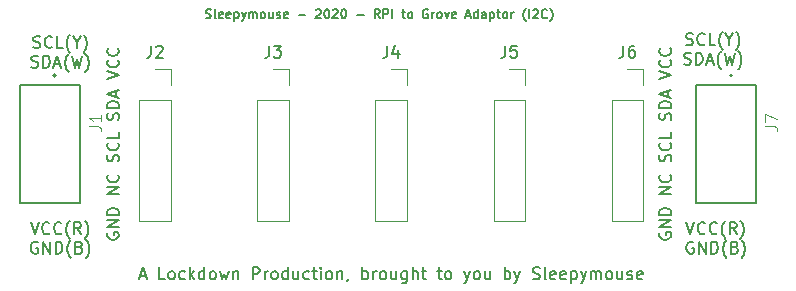
<source format=gto>
G04 #@! TF.GenerationSoftware,KiCad,Pcbnew,(5.1.5)-3*
G04 #@! TF.CreationDate,2020-09-01T16:09:18+01:00*
G04 #@! TF.ProjectId,groveToPi,67726f76-6554-46f5-9069-2e6b69636164,1.1.0*
G04 #@! TF.SameCoordinates,Original*
G04 #@! TF.FileFunction,Legend,Top*
G04 #@! TF.FilePolarity,Positive*
%FSLAX46Y46*%
G04 Gerber Fmt 4.6, Leading zero omitted, Abs format (unit mm)*
G04 Created by KiCad (PCBNEW (5.1.5)-3) date 2020-09-01 16:09:18*
%MOMM*%
%LPD*%
G04 APERTURE LIST*
%ADD10C,0.150000*%
%ADD11C,0.127000*%
%ADD12C,0.200000*%
%ADD13C,0.120000*%
%ADD14C,0.015000*%
G04 APERTURE END LIST*
D10*
X144750000Y-112523809D02*
X144702380Y-112619047D01*
X144702380Y-112761904D01*
X144750000Y-112904761D01*
X144845238Y-113000000D01*
X144940476Y-113047619D01*
X145130952Y-113095238D01*
X145273809Y-113095238D01*
X145464285Y-113047619D01*
X145559523Y-113000000D01*
X145654761Y-112904761D01*
X145702380Y-112761904D01*
X145702380Y-112666666D01*
X145654761Y-112523809D01*
X145607142Y-112476190D01*
X145273809Y-112476190D01*
X145273809Y-112666666D01*
X145702380Y-112047619D02*
X144702380Y-112047619D01*
X145702380Y-111476190D01*
X144702380Y-111476190D01*
X145702380Y-111000000D02*
X144702380Y-111000000D01*
X144702380Y-110761904D01*
X144750000Y-110619047D01*
X144845238Y-110523809D01*
X144940476Y-110476190D01*
X145130952Y-110428571D01*
X145273809Y-110428571D01*
X145464285Y-110476190D01*
X145559523Y-110523809D01*
X145654761Y-110619047D01*
X145702380Y-110761904D01*
X145702380Y-111000000D01*
X145702380Y-109238095D02*
X144702380Y-109238095D01*
X145702380Y-108666666D01*
X144702380Y-108666666D01*
X145607142Y-107619047D02*
X145654761Y-107666666D01*
X145702380Y-107809523D01*
X145702380Y-107904761D01*
X145654761Y-108047619D01*
X145559523Y-108142857D01*
X145464285Y-108190476D01*
X145273809Y-108238095D01*
X145130952Y-108238095D01*
X144940476Y-108190476D01*
X144845238Y-108142857D01*
X144750000Y-108047619D01*
X144702380Y-107904761D01*
X144702380Y-107809523D01*
X144750000Y-107666666D01*
X144797619Y-107619047D01*
X145654761Y-106476190D02*
X145702380Y-106333333D01*
X145702380Y-106095238D01*
X145654761Y-106000000D01*
X145607142Y-105952380D01*
X145511904Y-105904761D01*
X145416666Y-105904761D01*
X145321428Y-105952380D01*
X145273809Y-106000000D01*
X145226190Y-106095238D01*
X145178571Y-106285714D01*
X145130952Y-106380952D01*
X145083333Y-106428571D01*
X144988095Y-106476190D01*
X144892857Y-106476190D01*
X144797619Y-106428571D01*
X144750000Y-106380952D01*
X144702380Y-106285714D01*
X144702380Y-106047619D01*
X144750000Y-105904761D01*
X145607142Y-104904761D02*
X145654761Y-104952380D01*
X145702380Y-105095238D01*
X145702380Y-105190476D01*
X145654761Y-105333333D01*
X145559523Y-105428571D01*
X145464285Y-105476190D01*
X145273809Y-105523809D01*
X145130952Y-105523809D01*
X144940476Y-105476190D01*
X144845238Y-105428571D01*
X144750000Y-105333333D01*
X144702380Y-105190476D01*
X144702380Y-105095238D01*
X144750000Y-104952380D01*
X144797619Y-104904761D01*
X145702380Y-104000000D02*
X145702380Y-104476190D01*
X144702380Y-104476190D01*
X145654761Y-102952380D02*
X145702380Y-102809523D01*
X145702380Y-102571428D01*
X145654761Y-102476190D01*
X145607142Y-102428571D01*
X145511904Y-102380952D01*
X145416666Y-102380952D01*
X145321428Y-102428571D01*
X145273809Y-102476190D01*
X145226190Y-102571428D01*
X145178571Y-102761904D01*
X145130952Y-102857142D01*
X145083333Y-102904761D01*
X144988095Y-102952380D01*
X144892857Y-102952380D01*
X144797619Y-102904761D01*
X144750000Y-102857142D01*
X144702380Y-102761904D01*
X144702380Y-102523809D01*
X144750000Y-102380952D01*
X145702380Y-101952380D02*
X144702380Y-101952380D01*
X144702380Y-101714285D01*
X144750000Y-101571428D01*
X144845238Y-101476190D01*
X144940476Y-101428571D01*
X145130952Y-101380952D01*
X145273809Y-101380952D01*
X145464285Y-101428571D01*
X145559523Y-101476190D01*
X145654761Y-101571428D01*
X145702380Y-101714285D01*
X145702380Y-101952380D01*
X145416666Y-101000000D02*
X145416666Y-100523809D01*
X145702380Y-101095238D02*
X144702380Y-100761904D01*
X145702380Y-100428571D01*
X144702380Y-99476190D02*
X145702380Y-99142857D01*
X144702380Y-98809523D01*
X145607142Y-97904761D02*
X145654761Y-97952380D01*
X145702380Y-98095238D01*
X145702380Y-98190476D01*
X145654761Y-98333333D01*
X145559523Y-98428571D01*
X145464285Y-98476190D01*
X145273809Y-98523809D01*
X145130952Y-98523809D01*
X144940476Y-98476190D01*
X144845238Y-98428571D01*
X144750000Y-98333333D01*
X144702380Y-98190476D01*
X144702380Y-98095238D01*
X144750000Y-97952380D01*
X144797619Y-97904761D01*
X145607142Y-96904761D02*
X145654761Y-96952380D01*
X145702380Y-97095238D01*
X145702380Y-97190476D01*
X145654761Y-97333333D01*
X145559523Y-97428571D01*
X145464285Y-97476190D01*
X145273809Y-97523809D01*
X145130952Y-97523809D01*
X144940476Y-97476190D01*
X144845238Y-97428571D01*
X144750000Y-97333333D01*
X144702380Y-97190476D01*
X144702380Y-97095238D01*
X144750000Y-96952380D01*
X144797619Y-96904761D01*
X98000000Y-112523809D02*
X97952380Y-112619047D01*
X97952380Y-112761904D01*
X98000000Y-112904761D01*
X98095238Y-113000000D01*
X98190476Y-113047619D01*
X98380952Y-113095238D01*
X98523809Y-113095238D01*
X98714285Y-113047619D01*
X98809523Y-113000000D01*
X98904761Y-112904761D01*
X98952380Y-112761904D01*
X98952380Y-112666666D01*
X98904761Y-112523809D01*
X98857142Y-112476190D01*
X98523809Y-112476190D01*
X98523809Y-112666666D01*
X98952380Y-112047619D02*
X97952380Y-112047619D01*
X98952380Y-111476190D01*
X97952380Y-111476190D01*
X98952380Y-111000000D02*
X97952380Y-111000000D01*
X97952380Y-110761904D01*
X98000000Y-110619047D01*
X98095238Y-110523809D01*
X98190476Y-110476190D01*
X98380952Y-110428571D01*
X98523809Y-110428571D01*
X98714285Y-110476190D01*
X98809523Y-110523809D01*
X98904761Y-110619047D01*
X98952380Y-110761904D01*
X98952380Y-111000000D01*
X98952380Y-109238095D02*
X97952380Y-109238095D01*
X98952380Y-108666666D01*
X97952380Y-108666666D01*
X98857142Y-107619047D02*
X98904761Y-107666666D01*
X98952380Y-107809523D01*
X98952380Y-107904761D01*
X98904761Y-108047619D01*
X98809523Y-108142857D01*
X98714285Y-108190476D01*
X98523809Y-108238095D01*
X98380952Y-108238095D01*
X98190476Y-108190476D01*
X98095238Y-108142857D01*
X98000000Y-108047619D01*
X97952380Y-107904761D01*
X97952380Y-107809523D01*
X98000000Y-107666666D01*
X98047619Y-107619047D01*
X98904761Y-106476190D02*
X98952380Y-106333333D01*
X98952380Y-106095238D01*
X98904761Y-106000000D01*
X98857142Y-105952380D01*
X98761904Y-105904761D01*
X98666666Y-105904761D01*
X98571428Y-105952380D01*
X98523809Y-106000000D01*
X98476190Y-106095238D01*
X98428571Y-106285714D01*
X98380952Y-106380952D01*
X98333333Y-106428571D01*
X98238095Y-106476190D01*
X98142857Y-106476190D01*
X98047619Y-106428571D01*
X98000000Y-106380952D01*
X97952380Y-106285714D01*
X97952380Y-106047619D01*
X98000000Y-105904761D01*
X98857142Y-104904761D02*
X98904761Y-104952380D01*
X98952380Y-105095238D01*
X98952380Y-105190476D01*
X98904761Y-105333333D01*
X98809523Y-105428571D01*
X98714285Y-105476190D01*
X98523809Y-105523809D01*
X98380952Y-105523809D01*
X98190476Y-105476190D01*
X98095238Y-105428571D01*
X98000000Y-105333333D01*
X97952380Y-105190476D01*
X97952380Y-105095238D01*
X98000000Y-104952380D01*
X98047619Y-104904761D01*
X98952380Y-104000000D02*
X98952380Y-104476190D01*
X97952380Y-104476190D01*
X98904761Y-102952380D02*
X98952380Y-102809523D01*
X98952380Y-102571428D01*
X98904761Y-102476190D01*
X98857142Y-102428571D01*
X98761904Y-102380952D01*
X98666666Y-102380952D01*
X98571428Y-102428571D01*
X98523809Y-102476190D01*
X98476190Y-102571428D01*
X98428571Y-102761904D01*
X98380952Y-102857142D01*
X98333333Y-102904761D01*
X98238095Y-102952380D01*
X98142857Y-102952380D01*
X98047619Y-102904761D01*
X98000000Y-102857142D01*
X97952380Y-102761904D01*
X97952380Y-102523809D01*
X98000000Y-102380952D01*
X98952380Y-101952380D02*
X97952380Y-101952380D01*
X97952380Y-101714285D01*
X98000000Y-101571428D01*
X98095238Y-101476190D01*
X98190476Y-101428571D01*
X98380952Y-101380952D01*
X98523809Y-101380952D01*
X98714285Y-101428571D01*
X98809523Y-101476190D01*
X98904761Y-101571428D01*
X98952380Y-101714285D01*
X98952380Y-101952380D01*
X98666666Y-101000000D02*
X98666666Y-100523809D01*
X98952380Y-101095238D02*
X97952380Y-100761904D01*
X98952380Y-100428571D01*
X97952380Y-99476190D02*
X98952380Y-99142857D01*
X97952380Y-98809523D01*
X98857142Y-97904761D02*
X98904761Y-97952380D01*
X98952380Y-98095238D01*
X98952380Y-98190476D01*
X98904761Y-98333333D01*
X98809523Y-98428571D01*
X98714285Y-98476190D01*
X98523809Y-98523809D01*
X98380952Y-98523809D01*
X98190476Y-98476190D01*
X98095238Y-98428571D01*
X98000000Y-98333333D01*
X97952380Y-98190476D01*
X97952380Y-98095238D01*
X98000000Y-97952380D01*
X98047619Y-97904761D01*
X98857142Y-96904761D02*
X98904761Y-96952380D01*
X98952380Y-97095238D01*
X98952380Y-97190476D01*
X98904761Y-97333333D01*
X98809523Y-97428571D01*
X98714285Y-97476190D01*
X98523809Y-97523809D01*
X98380952Y-97523809D01*
X98190476Y-97476190D01*
X98095238Y-97428571D01*
X98000000Y-97333333D01*
X97952380Y-97190476D01*
X97952380Y-97095238D01*
X98000000Y-96952380D01*
X98047619Y-96904761D01*
X147000000Y-111627380D02*
X147333333Y-112627380D01*
X147666666Y-111627380D01*
X148571428Y-112532142D02*
X148523809Y-112579761D01*
X148380952Y-112627380D01*
X148285714Y-112627380D01*
X148142857Y-112579761D01*
X148047619Y-112484523D01*
X148000000Y-112389285D01*
X147952380Y-112198809D01*
X147952380Y-112055952D01*
X148000000Y-111865476D01*
X148047619Y-111770238D01*
X148142857Y-111675000D01*
X148285714Y-111627380D01*
X148380952Y-111627380D01*
X148523809Y-111675000D01*
X148571428Y-111722619D01*
X149571428Y-112532142D02*
X149523809Y-112579761D01*
X149380952Y-112627380D01*
X149285714Y-112627380D01*
X149142857Y-112579761D01*
X149047619Y-112484523D01*
X149000000Y-112389285D01*
X148952380Y-112198809D01*
X148952380Y-112055952D01*
X149000000Y-111865476D01*
X149047619Y-111770238D01*
X149142857Y-111675000D01*
X149285714Y-111627380D01*
X149380952Y-111627380D01*
X149523809Y-111675000D01*
X149571428Y-111722619D01*
X150285714Y-113008333D02*
X150238095Y-112960714D01*
X150142857Y-112817857D01*
X150095238Y-112722619D01*
X150047619Y-112579761D01*
X150000000Y-112341666D01*
X150000000Y-112151190D01*
X150047619Y-111913095D01*
X150095238Y-111770238D01*
X150142857Y-111675000D01*
X150238095Y-111532142D01*
X150285714Y-111484523D01*
X151238095Y-112627380D02*
X150904761Y-112151190D01*
X150666666Y-112627380D02*
X150666666Y-111627380D01*
X151047619Y-111627380D01*
X151142857Y-111675000D01*
X151190476Y-111722619D01*
X151238095Y-111817857D01*
X151238095Y-111960714D01*
X151190476Y-112055952D01*
X151142857Y-112103571D01*
X151047619Y-112151190D01*
X150666666Y-112151190D01*
X151571428Y-113008333D02*
X151619047Y-112960714D01*
X151714285Y-112817857D01*
X151761904Y-112722619D01*
X151809523Y-112579761D01*
X151857142Y-112341666D01*
X151857142Y-112151190D01*
X151809523Y-111913095D01*
X151761904Y-111770238D01*
X151714285Y-111675000D01*
X151619047Y-111532142D01*
X151571428Y-111484523D01*
X147571428Y-113325000D02*
X147476190Y-113277380D01*
X147333333Y-113277380D01*
X147190476Y-113325000D01*
X147095238Y-113420238D01*
X147047619Y-113515476D01*
X147000000Y-113705952D01*
X147000000Y-113848809D01*
X147047619Y-114039285D01*
X147095238Y-114134523D01*
X147190476Y-114229761D01*
X147333333Y-114277380D01*
X147428571Y-114277380D01*
X147571428Y-114229761D01*
X147619047Y-114182142D01*
X147619047Y-113848809D01*
X147428571Y-113848809D01*
X148047619Y-114277380D02*
X148047619Y-113277380D01*
X148619047Y-114277380D01*
X148619047Y-113277380D01*
X149095238Y-114277380D02*
X149095238Y-113277380D01*
X149333333Y-113277380D01*
X149476190Y-113325000D01*
X149571428Y-113420238D01*
X149619047Y-113515476D01*
X149666666Y-113705952D01*
X149666666Y-113848809D01*
X149619047Y-114039285D01*
X149571428Y-114134523D01*
X149476190Y-114229761D01*
X149333333Y-114277380D01*
X149095238Y-114277380D01*
X150380952Y-114658333D02*
X150333333Y-114610714D01*
X150238095Y-114467857D01*
X150190476Y-114372619D01*
X150142857Y-114229761D01*
X150095238Y-113991666D01*
X150095238Y-113801190D01*
X150142857Y-113563095D01*
X150190476Y-113420238D01*
X150238095Y-113325000D01*
X150333333Y-113182142D01*
X150380952Y-113134523D01*
X151095238Y-113753571D02*
X151238095Y-113801190D01*
X151285714Y-113848809D01*
X151333333Y-113944047D01*
X151333333Y-114086904D01*
X151285714Y-114182142D01*
X151238095Y-114229761D01*
X151142857Y-114277380D01*
X150761904Y-114277380D01*
X150761904Y-113277380D01*
X151095238Y-113277380D01*
X151190476Y-113325000D01*
X151238095Y-113372619D01*
X151285714Y-113467857D01*
X151285714Y-113563095D01*
X151238095Y-113658333D01*
X151190476Y-113705952D01*
X151095238Y-113753571D01*
X150761904Y-113753571D01*
X151666666Y-114658333D02*
X151714285Y-114610714D01*
X151809523Y-114467857D01*
X151857142Y-114372619D01*
X151904761Y-114229761D01*
X151952380Y-113991666D01*
X151952380Y-113801190D01*
X151904761Y-113563095D01*
X151857142Y-113420238D01*
X151809523Y-113325000D01*
X151714285Y-113182142D01*
X151666666Y-113134523D01*
X146964285Y-96579761D02*
X147107142Y-96627380D01*
X147345238Y-96627380D01*
X147440476Y-96579761D01*
X147488095Y-96532142D01*
X147535714Y-96436904D01*
X147535714Y-96341666D01*
X147488095Y-96246428D01*
X147440476Y-96198809D01*
X147345238Y-96151190D01*
X147154761Y-96103571D01*
X147059523Y-96055952D01*
X147011904Y-96008333D01*
X146964285Y-95913095D01*
X146964285Y-95817857D01*
X147011904Y-95722619D01*
X147059523Y-95675000D01*
X147154761Y-95627380D01*
X147392857Y-95627380D01*
X147535714Y-95675000D01*
X148535714Y-96532142D02*
X148488095Y-96579761D01*
X148345238Y-96627380D01*
X148250000Y-96627380D01*
X148107142Y-96579761D01*
X148011904Y-96484523D01*
X147964285Y-96389285D01*
X147916666Y-96198809D01*
X147916666Y-96055952D01*
X147964285Y-95865476D01*
X148011904Y-95770238D01*
X148107142Y-95675000D01*
X148250000Y-95627380D01*
X148345238Y-95627380D01*
X148488095Y-95675000D01*
X148535714Y-95722619D01*
X149440476Y-96627380D02*
X148964285Y-96627380D01*
X148964285Y-95627380D01*
X150059523Y-97008333D02*
X150011904Y-96960714D01*
X149916666Y-96817857D01*
X149869047Y-96722619D01*
X149821428Y-96579761D01*
X149773809Y-96341666D01*
X149773809Y-96151190D01*
X149821428Y-95913095D01*
X149869047Y-95770238D01*
X149916666Y-95675000D01*
X150011904Y-95532142D01*
X150059523Y-95484523D01*
X150630952Y-96151190D02*
X150630952Y-96627380D01*
X150297619Y-95627380D02*
X150630952Y-96151190D01*
X150964285Y-95627380D01*
X151202380Y-97008333D02*
X151250000Y-96960714D01*
X151345238Y-96817857D01*
X151392857Y-96722619D01*
X151440476Y-96579761D01*
X151488095Y-96341666D01*
X151488095Y-96151190D01*
X151440476Y-95913095D01*
X151392857Y-95770238D01*
X151345238Y-95675000D01*
X151250000Y-95532142D01*
X151202380Y-95484523D01*
X146797619Y-98229761D02*
X146940476Y-98277380D01*
X147178571Y-98277380D01*
X147273809Y-98229761D01*
X147321428Y-98182142D01*
X147369047Y-98086904D01*
X147369047Y-97991666D01*
X147321428Y-97896428D01*
X147273809Y-97848809D01*
X147178571Y-97801190D01*
X146988095Y-97753571D01*
X146892857Y-97705952D01*
X146845238Y-97658333D01*
X146797619Y-97563095D01*
X146797619Y-97467857D01*
X146845238Y-97372619D01*
X146892857Y-97325000D01*
X146988095Y-97277380D01*
X147226190Y-97277380D01*
X147369047Y-97325000D01*
X147797619Y-98277380D02*
X147797619Y-97277380D01*
X148035714Y-97277380D01*
X148178571Y-97325000D01*
X148273809Y-97420238D01*
X148321428Y-97515476D01*
X148369047Y-97705952D01*
X148369047Y-97848809D01*
X148321428Y-98039285D01*
X148273809Y-98134523D01*
X148178571Y-98229761D01*
X148035714Y-98277380D01*
X147797619Y-98277380D01*
X148750000Y-97991666D02*
X149226190Y-97991666D01*
X148654761Y-98277380D02*
X148988095Y-97277380D01*
X149321428Y-98277380D01*
X149940476Y-98658333D02*
X149892857Y-98610714D01*
X149797619Y-98467857D01*
X149750000Y-98372619D01*
X149702380Y-98229761D01*
X149654761Y-97991666D01*
X149654761Y-97801190D01*
X149702380Y-97563095D01*
X149750000Y-97420238D01*
X149797619Y-97325000D01*
X149892857Y-97182142D01*
X149940476Y-97134523D01*
X150226190Y-97277380D02*
X150464285Y-98277380D01*
X150654761Y-97563095D01*
X150845238Y-98277380D01*
X151083333Y-97277380D01*
X151369047Y-98658333D02*
X151416666Y-98610714D01*
X151511904Y-98467857D01*
X151559523Y-98372619D01*
X151607142Y-98229761D01*
X151654761Y-97991666D01*
X151654761Y-97801190D01*
X151607142Y-97563095D01*
X151559523Y-97420238D01*
X151511904Y-97325000D01*
X151416666Y-97182142D01*
X151369047Y-97134523D01*
X91500000Y-111627380D02*
X91833333Y-112627380D01*
X92166666Y-111627380D01*
X93071428Y-112532142D02*
X93023809Y-112579761D01*
X92880952Y-112627380D01*
X92785714Y-112627380D01*
X92642857Y-112579761D01*
X92547619Y-112484523D01*
X92500000Y-112389285D01*
X92452380Y-112198809D01*
X92452380Y-112055952D01*
X92500000Y-111865476D01*
X92547619Y-111770238D01*
X92642857Y-111675000D01*
X92785714Y-111627380D01*
X92880952Y-111627380D01*
X93023809Y-111675000D01*
X93071428Y-111722619D01*
X94071428Y-112532142D02*
X94023809Y-112579761D01*
X93880952Y-112627380D01*
X93785714Y-112627380D01*
X93642857Y-112579761D01*
X93547619Y-112484523D01*
X93500000Y-112389285D01*
X93452380Y-112198809D01*
X93452380Y-112055952D01*
X93500000Y-111865476D01*
X93547619Y-111770238D01*
X93642857Y-111675000D01*
X93785714Y-111627380D01*
X93880952Y-111627380D01*
X94023809Y-111675000D01*
X94071428Y-111722619D01*
X94785714Y-113008333D02*
X94738095Y-112960714D01*
X94642857Y-112817857D01*
X94595238Y-112722619D01*
X94547619Y-112579761D01*
X94500000Y-112341666D01*
X94500000Y-112151190D01*
X94547619Y-111913095D01*
X94595238Y-111770238D01*
X94642857Y-111675000D01*
X94738095Y-111532142D01*
X94785714Y-111484523D01*
X95738095Y-112627380D02*
X95404761Y-112151190D01*
X95166666Y-112627380D02*
X95166666Y-111627380D01*
X95547619Y-111627380D01*
X95642857Y-111675000D01*
X95690476Y-111722619D01*
X95738095Y-111817857D01*
X95738095Y-111960714D01*
X95690476Y-112055952D01*
X95642857Y-112103571D01*
X95547619Y-112151190D01*
X95166666Y-112151190D01*
X96071428Y-113008333D02*
X96119047Y-112960714D01*
X96214285Y-112817857D01*
X96261904Y-112722619D01*
X96309523Y-112579761D01*
X96357142Y-112341666D01*
X96357142Y-112151190D01*
X96309523Y-111913095D01*
X96261904Y-111770238D01*
X96214285Y-111675000D01*
X96119047Y-111532142D01*
X96071428Y-111484523D01*
X92071428Y-113325000D02*
X91976190Y-113277380D01*
X91833333Y-113277380D01*
X91690476Y-113325000D01*
X91595238Y-113420238D01*
X91547619Y-113515476D01*
X91500000Y-113705952D01*
X91500000Y-113848809D01*
X91547619Y-114039285D01*
X91595238Y-114134523D01*
X91690476Y-114229761D01*
X91833333Y-114277380D01*
X91928571Y-114277380D01*
X92071428Y-114229761D01*
X92119047Y-114182142D01*
X92119047Y-113848809D01*
X91928571Y-113848809D01*
X92547619Y-114277380D02*
X92547619Y-113277380D01*
X93119047Y-114277380D01*
X93119047Y-113277380D01*
X93595238Y-114277380D02*
X93595238Y-113277380D01*
X93833333Y-113277380D01*
X93976190Y-113325000D01*
X94071428Y-113420238D01*
X94119047Y-113515476D01*
X94166666Y-113705952D01*
X94166666Y-113848809D01*
X94119047Y-114039285D01*
X94071428Y-114134523D01*
X93976190Y-114229761D01*
X93833333Y-114277380D01*
X93595238Y-114277380D01*
X94880952Y-114658333D02*
X94833333Y-114610714D01*
X94738095Y-114467857D01*
X94690476Y-114372619D01*
X94642857Y-114229761D01*
X94595238Y-113991666D01*
X94595238Y-113801190D01*
X94642857Y-113563095D01*
X94690476Y-113420238D01*
X94738095Y-113325000D01*
X94833333Y-113182142D01*
X94880952Y-113134523D01*
X95595238Y-113753571D02*
X95738095Y-113801190D01*
X95785714Y-113848809D01*
X95833333Y-113944047D01*
X95833333Y-114086904D01*
X95785714Y-114182142D01*
X95738095Y-114229761D01*
X95642857Y-114277380D01*
X95261904Y-114277380D01*
X95261904Y-113277380D01*
X95595238Y-113277380D01*
X95690476Y-113325000D01*
X95738095Y-113372619D01*
X95785714Y-113467857D01*
X95785714Y-113563095D01*
X95738095Y-113658333D01*
X95690476Y-113705952D01*
X95595238Y-113753571D01*
X95261904Y-113753571D01*
X96166666Y-114658333D02*
X96214285Y-114610714D01*
X96309523Y-114467857D01*
X96357142Y-114372619D01*
X96404761Y-114229761D01*
X96452380Y-113991666D01*
X96452380Y-113801190D01*
X96404761Y-113563095D01*
X96357142Y-113420238D01*
X96309523Y-113325000D01*
X96214285Y-113182142D01*
X96166666Y-113134523D01*
X91714285Y-96829761D02*
X91857142Y-96877380D01*
X92095238Y-96877380D01*
X92190476Y-96829761D01*
X92238095Y-96782142D01*
X92285714Y-96686904D01*
X92285714Y-96591666D01*
X92238095Y-96496428D01*
X92190476Y-96448809D01*
X92095238Y-96401190D01*
X91904761Y-96353571D01*
X91809523Y-96305952D01*
X91761904Y-96258333D01*
X91714285Y-96163095D01*
X91714285Y-96067857D01*
X91761904Y-95972619D01*
X91809523Y-95925000D01*
X91904761Y-95877380D01*
X92142857Y-95877380D01*
X92285714Y-95925000D01*
X93285714Y-96782142D02*
X93238095Y-96829761D01*
X93095238Y-96877380D01*
X93000000Y-96877380D01*
X92857142Y-96829761D01*
X92761904Y-96734523D01*
X92714285Y-96639285D01*
X92666666Y-96448809D01*
X92666666Y-96305952D01*
X92714285Y-96115476D01*
X92761904Y-96020238D01*
X92857142Y-95925000D01*
X93000000Y-95877380D01*
X93095238Y-95877380D01*
X93238095Y-95925000D01*
X93285714Y-95972619D01*
X94190476Y-96877380D02*
X93714285Y-96877380D01*
X93714285Y-95877380D01*
X94809523Y-97258333D02*
X94761904Y-97210714D01*
X94666666Y-97067857D01*
X94619047Y-96972619D01*
X94571428Y-96829761D01*
X94523809Y-96591666D01*
X94523809Y-96401190D01*
X94571428Y-96163095D01*
X94619047Y-96020238D01*
X94666666Y-95925000D01*
X94761904Y-95782142D01*
X94809523Y-95734523D01*
X95380952Y-96401190D02*
X95380952Y-96877380D01*
X95047619Y-95877380D02*
X95380952Y-96401190D01*
X95714285Y-95877380D01*
X95952380Y-97258333D02*
X96000000Y-97210714D01*
X96095238Y-97067857D01*
X96142857Y-96972619D01*
X96190476Y-96829761D01*
X96238095Y-96591666D01*
X96238095Y-96401190D01*
X96190476Y-96163095D01*
X96142857Y-96020238D01*
X96095238Y-95925000D01*
X96000000Y-95782142D01*
X95952380Y-95734523D01*
X91547619Y-98479761D02*
X91690476Y-98527380D01*
X91928571Y-98527380D01*
X92023809Y-98479761D01*
X92071428Y-98432142D01*
X92119047Y-98336904D01*
X92119047Y-98241666D01*
X92071428Y-98146428D01*
X92023809Y-98098809D01*
X91928571Y-98051190D01*
X91738095Y-98003571D01*
X91642857Y-97955952D01*
X91595238Y-97908333D01*
X91547619Y-97813095D01*
X91547619Y-97717857D01*
X91595238Y-97622619D01*
X91642857Y-97575000D01*
X91738095Y-97527380D01*
X91976190Y-97527380D01*
X92119047Y-97575000D01*
X92547619Y-98527380D02*
X92547619Y-97527380D01*
X92785714Y-97527380D01*
X92928571Y-97575000D01*
X93023809Y-97670238D01*
X93071428Y-97765476D01*
X93119047Y-97955952D01*
X93119047Y-98098809D01*
X93071428Y-98289285D01*
X93023809Y-98384523D01*
X92928571Y-98479761D01*
X92785714Y-98527380D01*
X92547619Y-98527380D01*
X93500000Y-98241666D02*
X93976190Y-98241666D01*
X93404761Y-98527380D02*
X93738095Y-97527380D01*
X94071428Y-98527380D01*
X94690476Y-98908333D02*
X94642857Y-98860714D01*
X94547619Y-98717857D01*
X94500000Y-98622619D01*
X94452380Y-98479761D01*
X94404761Y-98241666D01*
X94404761Y-98051190D01*
X94452380Y-97813095D01*
X94500000Y-97670238D01*
X94547619Y-97575000D01*
X94642857Y-97432142D01*
X94690476Y-97384523D01*
X94976190Y-97527380D02*
X95214285Y-98527380D01*
X95404761Y-97813095D01*
X95595238Y-98527380D01*
X95833333Y-97527380D01*
X96119047Y-98908333D02*
X96166666Y-98860714D01*
X96261904Y-98717857D01*
X96309523Y-98622619D01*
X96357142Y-98479761D01*
X96404761Y-98241666D01*
X96404761Y-98051190D01*
X96357142Y-97813095D01*
X96309523Y-97670238D01*
X96261904Y-97575000D01*
X96166666Y-97432142D01*
X96119047Y-97384523D01*
X100714285Y-116166666D02*
X101190476Y-116166666D01*
X100619047Y-116452380D02*
X100952380Y-115452380D01*
X101285714Y-116452380D01*
X102857142Y-116452380D02*
X102380952Y-116452380D01*
X102380952Y-115452380D01*
X103333333Y-116452380D02*
X103238095Y-116404761D01*
X103190476Y-116357142D01*
X103142857Y-116261904D01*
X103142857Y-115976190D01*
X103190476Y-115880952D01*
X103238095Y-115833333D01*
X103333333Y-115785714D01*
X103476190Y-115785714D01*
X103571428Y-115833333D01*
X103619047Y-115880952D01*
X103666666Y-115976190D01*
X103666666Y-116261904D01*
X103619047Y-116357142D01*
X103571428Y-116404761D01*
X103476190Y-116452380D01*
X103333333Y-116452380D01*
X104523809Y-116404761D02*
X104428571Y-116452380D01*
X104238095Y-116452380D01*
X104142857Y-116404761D01*
X104095238Y-116357142D01*
X104047619Y-116261904D01*
X104047619Y-115976190D01*
X104095238Y-115880952D01*
X104142857Y-115833333D01*
X104238095Y-115785714D01*
X104428571Y-115785714D01*
X104523809Y-115833333D01*
X104952380Y-116452380D02*
X104952380Y-115452380D01*
X105047619Y-116071428D02*
X105333333Y-116452380D01*
X105333333Y-115785714D02*
X104952380Y-116166666D01*
X106190476Y-116452380D02*
X106190476Y-115452380D01*
X106190476Y-116404761D02*
X106095238Y-116452380D01*
X105904761Y-116452380D01*
X105809523Y-116404761D01*
X105761904Y-116357142D01*
X105714285Y-116261904D01*
X105714285Y-115976190D01*
X105761904Y-115880952D01*
X105809523Y-115833333D01*
X105904761Y-115785714D01*
X106095238Y-115785714D01*
X106190476Y-115833333D01*
X106809523Y-116452380D02*
X106714285Y-116404761D01*
X106666666Y-116357142D01*
X106619047Y-116261904D01*
X106619047Y-115976190D01*
X106666666Y-115880952D01*
X106714285Y-115833333D01*
X106809523Y-115785714D01*
X106952380Y-115785714D01*
X107047619Y-115833333D01*
X107095238Y-115880952D01*
X107142857Y-115976190D01*
X107142857Y-116261904D01*
X107095238Y-116357142D01*
X107047619Y-116404761D01*
X106952380Y-116452380D01*
X106809523Y-116452380D01*
X107476190Y-115785714D02*
X107666666Y-116452380D01*
X107857142Y-115976190D01*
X108047619Y-116452380D01*
X108238095Y-115785714D01*
X108619047Y-115785714D02*
X108619047Y-116452380D01*
X108619047Y-115880952D02*
X108666666Y-115833333D01*
X108761904Y-115785714D01*
X108904761Y-115785714D01*
X109000000Y-115833333D01*
X109047619Y-115928571D01*
X109047619Y-116452380D01*
X110285714Y-116452380D02*
X110285714Y-115452380D01*
X110666666Y-115452380D01*
X110761904Y-115500000D01*
X110809523Y-115547619D01*
X110857142Y-115642857D01*
X110857142Y-115785714D01*
X110809523Y-115880952D01*
X110761904Y-115928571D01*
X110666666Y-115976190D01*
X110285714Y-115976190D01*
X111285714Y-116452380D02*
X111285714Y-115785714D01*
X111285714Y-115976190D02*
X111333333Y-115880952D01*
X111380952Y-115833333D01*
X111476190Y-115785714D01*
X111571428Y-115785714D01*
X112047619Y-116452380D02*
X111952380Y-116404761D01*
X111904761Y-116357142D01*
X111857142Y-116261904D01*
X111857142Y-115976190D01*
X111904761Y-115880952D01*
X111952380Y-115833333D01*
X112047619Y-115785714D01*
X112190476Y-115785714D01*
X112285714Y-115833333D01*
X112333333Y-115880952D01*
X112380952Y-115976190D01*
X112380952Y-116261904D01*
X112333333Y-116357142D01*
X112285714Y-116404761D01*
X112190476Y-116452380D01*
X112047619Y-116452380D01*
X113238095Y-116452380D02*
X113238095Y-115452380D01*
X113238095Y-116404761D02*
X113142857Y-116452380D01*
X112952380Y-116452380D01*
X112857142Y-116404761D01*
X112809523Y-116357142D01*
X112761904Y-116261904D01*
X112761904Y-115976190D01*
X112809523Y-115880952D01*
X112857142Y-115833333D01*
X112952380Y-115785714D01*
X113142857Y-115785714D01*
X113238095Y-115833333D01*
X114142857Y-115785714D02*
X114142857Y-116452380D01*
X113714285Y-115785714D02*
X113714285Y-116309523D01*
X113761904Y-116404761D01*
X113857142Y-116452380D01*
X114000000Y-116452380D01*
X114095238Y-116404761D01*
X114142857Y-116357142D01*
X115047619Y-116404761D02*
X114952380Y-116452380D01*
X114761904Y-116452380D01*
X114666666Y-116404761D01*
X114619047Y-116357142D01*
X114571428Y-116261904D01*
X114571428Y-115976190D01*
X114619047Y-115880952D01*
X114666666Y-115833333D01*
X114761904Y-115785714D01*
X114952380Y-115785714D01*
X115047619Y-115833333D01*
X115333333Y-115785714D02*
X115714285Y-115785714D01*
X115476190Y-115452380D02*
X115476190Y-116309523D01*
X115523809Y-116404761D01*
X115619047Y-116452380D01*
X115714285Y-116452380D01*
X116047619Y-116452380D02*
X116047619Y-115785714D01*
X116047619Y-115452380D02*
X116000000Y-115500000D01*
X116047619Y-115547619D01*
X116095238Y-115500000D01*
X116047619Y-115452380D01*
X116047619Y-115547619D01*
X116666666Y-116452380D02*
X116571428Y-116404761D01*
X116523809Y-116357142D01*
X116476190Y-116261904D01*
X116476190Y-115976190D01*
X116523809Y-115880952D01*
X116571428Y-115833333D01*
X116666666Y-115785714D01*
X116809523Y-115785714D01*
X116904761Y-115833333D01*
X116952380Y-115880952D01*
X117000000Y-115976190D01*
X117000000Y-116261904D01*
X116952380Y-116357142D01*
X116904761Y-116404761D01*
X116809523Y-116452380D01*
X116666666Y-116452380D01*
X117428571Y-115785714D02*
X117428571Y-116452380D01*
X117428571Y-115880952D02*
X117476190Y-115833333D01*
X117571428Y-115785714D01*
X117714285Y-115785714D01*
X117809523Y-115833333D01*
X117857142Y-115928571D01*
X117857142Y-116452380D01*
X118380952Y-116404761D02*
X118380952Y-116452380D01*
X118333333Y-116547619D01*
X118285714Y-116595238D01*
X119571428Y-116452380D02*
X119571428Y-115452380D01*
X119571428Y-115833333D02*
X119666666Y-115785714D01*
X119857142Y-115785714D01*
X119952380Y-115833333D01*
X120000000Y-115880952D01*
X120047619Y-115976190D01*
X120047619Y-116261904D01*
X120000000Y-116357142D01*
X119952380Y-116404761D01*
X119857142Y-116452380D01*
X119666666Y-116452380D01*
X119571428Y-116404761D01*
X120476190Y-116452380D02*
X120476190Y-115785714D01*
X120476190Y-115976190D02*
X120523809Y-115880952D01*
X120571428Y-115833333D01*
X120666666Y-115785714D01*
X120761904Y-115785714D01*
X121238095Y-116452380D02*
X121142857Y-116404761D01*
X121095238Y-116357142D01*
X121047619Y-116261904D01*
X121047619Y-115976190D01*
X121095238Y-115880952D01*
X121142857Y-115833333D01*
X121238095Y-115785714D01*
X121380952Y-115785714D01*
X121476190Y-115833333D01*
X121523809Y-115880952D01*
X121571428Y-115976190D01*
X121571428Y-116261904D01*
X121523809Y-116357142D01*
X121476190Y-116404761D01*
X121380952Y-116452380D01*
X121238095Y-116452380D01*
X122428571Y-115785714D02*
X122428571Y-116452380D01*
X122000000Y-115785714D02*
X122000000Y-116309523D01*
X122047619Y-116404761D01*
X122142857Y-116452380D01*
X122285714Y-116452380D01*
X122380952Y-116404761D01*
X122428571Y-116357142D01*
X123333333Y-115785714D02*
X123333333Y-116595238D01*
X123285714Y-116690476D01*
X123238095Y-116738095D01*
X123142857Y-116785714D01*
X122999999Y-116785714D01*
X122904761Y-116738095D01*
X123333333Y-116404761D02*
X123238095Y-116452380D01*
X123047619Y-116452380D01*
X122952380Y-116404761D01*
X122904761Y-116357142D01*
X122857142Y-116261904D01*
X122857142Y-115976190D01*
X122904761Y-115880952D01*
X122952380Y-115833333D01*
X123047619Y-115785714D01*
X123238095Y-115785714D01*
X123333333Y-115833333D01*
X123809523Y-116452380D02*
X123809523Y-115452380D01*
X124238095Y-116452380D02*
X124238095Y-115928571D01*
X124190476Y-115833333D01*
X124095238Y-115785714D01*
X123952380Y-115785714D01*
X123857142Y-115833333D01*
X123809523Y-115880952D01*
X124571428Y-115785714D02*
X124952380Y-115785714D01*
X124714285Y-115452380D02*
X124714285Y-116309523D01*
X124761904Y-116404761D01*
X124857142Y-116452380D01*
X124952380Y-116452380D01*
X125904761Y-115785714D02*
X126285714Y-115785714D01*
X126047619Y-115452380D02*
X126047619Y-116309523D01*
X126095238Y-116404761D01*
X126190476Y-116452380D01*
X126285714Y-116452380D01*
X126761904Y-116452380D02*
X126666666Y-116404761D01*
X126619047Y-116357142D01*
X126571428Y-116261904D01*
X126571428Y-115976190D01*
X126619047Y-115880952D01*
X126666666Y-115833333D01*
X126761904Y-115785714D01*
X126904761Y-115785714D01*
X126999999Y-115833333D01*
X127047619Y-115880952D01*
X127095238Y-115976190D01*
X127095238Y-116261904D01*
X127047619Y-116357142D01*
X126999999Y-116404761D01*
X126904761Y-116452380D01*
X126761904Y-116452380D01*
X128190476Y-115785714D02*
X128428571Y-116452380D01*
X128666666Y-115785714D02*
X128428571Y-116452380D01*
X128333333Y-116690476D01*
X128285714Y-116738095D01*
X128190476Y-116785714D01*
X129190476Y-116452380D02*
X129095238Y-116404761D01*
X129047619Y-116357142D01*
X128999999Y-116261904D01*
X128999999Y-115976190D01*
X129047619Y-115880952D01*
X129095238Y-115833333D01*
X129190476Y-115785714D01*
X129333333Y-115785714D01*
X129428571Y-115833333D01*
X129476190Y-115880952D01*
X129523809Y-115976190D01*
X129523809Y-116261904D01*
X129476190Y-116357142D01*
X129428571Y-116404761D01*
X129333333Y-116452380D01*
X129190476Y-116452380D01*
X130380952Y-115785714D02*
X130380952Y-116452380D01*
X129952380Y-115785714D02*
X129952380Y-116309523D01*
X129999999Y-116404761D01*
X130095238Y-116452380D01*
X130238095Y-116452380D01*
X130333333Y-116404761D01*
X130380952Y-116357142D01*
X131619047Y-116452380D02*
X131619047Y-115452380D01*
X131619047Y-115833333D02*
X131714285Y-115785714D01*
X131904761Y-115785714D01*
X131999999Y-115833333D01*
X132047619Y-115880952D01*
X132095238Y-115976190D01*
X132095238Y-116261904D01*
X132047619Y-116357142D01*
X131999999Y-116404761D01*
X131904761Y-116452380D01*
X131714285Y-116452380D01*
X131619047Y-116404761D01*
X132428571Y-115785714D02*
X132666666Y-116452380D01*
X132904761Y-115785714D02*
X132666666Y-116452380D01*
X132571428Y-116690476D01*
X132523809Y-116738095D01*
X132428571Y-116785714D01*
X133999999Y-116404761D02*
X134142857Y-116452380D01*
X134380952Y-116452380D01*
X134476190Y-116404761D01*
X134523809Y-116357142D01*
X134571428Y-116261904D01*
X134571428Y-116166666D01*
X134523809Y-116071428D01*
X134476190Y-116023809D01*
X134380952Y-115976190D01*
X134190476Y-115928571D01*
X134095238Y-115880952D01*
X134047619Y-115833333D01*
X133999999Y-115738095D01*
X133999999Y-115642857D01*
X134047619Y-115547619D01*
X134095238Y-115500000D01*
X134190476Y-115452380D01*
X134428571Y-115452380D01*
X134571428Y-115500000D01*
X135142857Y-116452380D02*
X135047619Y-116404761D01*
X134999999Y-116309523D01*
X134999999Y-115452380D01*
X135904761Y-116404761D02*
X135809523Y-116452380D01*
X135619047Y-116452380D01*
X135523809Y-116404761D01*
X135476190Y-116309523D01*
X135476190Y-115928571D01*
X135523809Y-115833333D01*
X135619047Y-115785714D01*
X135809523Y-115785714D01*
X135904761Y-115833333D01*
X135952380Y-115928571D01*
X135952380Y-116023809D01*
X135476190Y-116119047D01*
X136761904Y-116404761D02*
X136666666Y-116452380D01*
X136476190Y-116452380D01*
X136380952Y-116404761D01*
X136333333Y-116309523D01*
X136333333Y-115928571D01*
X136380952Y-115833333D01*
X136476190Y-115785714D01*
X136666666Y-115785714D01*
X136761904Y-115833333D01*
X136809523Y-115928571D01*
X136809523Y-116023809D01*
X136333333Y-116119047D01*
X137238095Y-115785714D02*
X137238095Y-116785714D01*
X137238095Y-115833333D02*
X137333333Y-115785714D01*
X137523809Y-115785714D01*
X137619047Y-115833333D01*
X137666666Y-115880952D01*
X137714285Y-115976190D01*
X137714285Y-116261904D01*
X137666666Y-116357142D01*
X137619047Y-116404761D01*
X137523809Y-116452380D01*
X137333333Y-116452380D01*
X137238095Y-116404761D01*
X138047619Y-115785714D02*
X138285714Y-116452380D01*
X138523809Y-115785714D02*
X138285714Y-116452380D01*
X138190476Y-116690476D01*
X138142857Y-116738095D01*
X138047619Y-116785714D01*
X138904761Y-116452380D02*
X138904761Y-115785714D01*
X138904761Y-115880952D02*
X138952380Y-115833333D01*
X139047619Y-115785714D01*
X139190476Y-115785714D01*
X139285714Y-115833333D01*
X139333333Y-115928571D01*
X139333333Y-116452380D01*
X139333333Y-115928571D02*
X139380952Y-115833333D01*
X139476190Y-115785714D01*
X139619047Y-115785714D01*
X139714285Y-115833333D01*
X139761904Y-115928571D01*
X139761904Y-116452380D01*
X140380952Y-116452380D02*
X140285714Y-116404761D01*
X140238095Y-116357142D01*
X140190476Y-116261904D01*
X140190476Y-115976190D01*
X140238095Y-115880952D01*
X140285714Y-115833333D01*
X140380952Y-115785714D01*
X140523809Y-115785714D01*
X140619047Y-115833333D01*
X140666666Y-115880952D01*
X140714285Y-115976190D01*
X140714285Y-116261904D01*
X140666666Y-116357142D01*
X140619047Y-116404761D01*
X140523809Y-116452380D01*
X140380952Y-116452380D01*
X141571428Y-115785714D02*
X141571428Y-116452380D01*
X141142857Y-115785714D02*
X141142857Y-116309523D01*
X141190476Y-116404761D01*
X141285714Y-116452380D01*
X141428571Y-116452380D01*
X141523809Y-116404761D01*
X141571428Y-116357142D01*
X141999999Y-116404761D02*
X142095238Y-116452380D01*
X142285714Y-116452380D01*
X142380952Y-116404761D01*
X142428571Y-116309523D01*
X142428571Y-116261904D01*
X142380952Y-116166666D01*
X142285714Y-116119047D01*
X142142857Y-116119047D01*
X142047619Y-116071428D01*
X141999999Y-115976190D01*
X141999999Y-115928571D01*
X142047619Y-115833333D01*
X142142857Y-115785714D01*
X142285714Y-115785714D01*
X142380952Y-115833333D01*
X143238095Y-116404761D02*
X143142857Y-116452380D01*
X142952380Y-116452380D01*
X142857142Y-116404761D01*
X142809523Y-116309523D01*
X142809523Y-115928571D01*
X142857142Y-115833333D01*
X142952380Y-115785714D01*
X143142857Y-115785714D01*
X143238095Y-115833333D01*
X143285714Y-115928571D01*
X143285714Y-116023809D01*
X142809523Y-116119047D01*
X106303571Y-94303571D02*
X106410714Y-94339285D01*
X106589285Y-94339285D01*
X106660714Y-94303571D01*
X106696428Y-94267857D01*
X106732142Y-94196428D01*
X106732142Y-94125000D01*
X106696428Y-94053571D01*
X106660714Y-94017857D01*
X106589285Y-93982142D01*
X106446428Y-93946428D01*
X106375000Y-93910714D01*
X106339285Y-93875000D01*
X106303571Y-93803571D01*
X106303571Y-93732142D01*
X106339285Y-93660714D01*
X106375000Y-93625000D01*
X106446428Y-93589285D01*
X106625000Y-93589285D01*
X106732142Y-93625000D01*
X107160714Y-94339285D02*
X107089285Y-94303571D01*
X107053571Y-94232142D01*
X107053571Y-93589285D01*
X107732142Y-94303571D02*
X107660714Y-94339285D01*
X107517857Y-94339285D01*
X107446428Y-94303571D01*
X107410714Y-94232142D01*
X107410714Y-93946428D01*
X107446428Y-93875000D01*
X107517857Y-93839285D01*
X107660714Y-93839285D01*
X107732142Y-93875000D01*
X107767857Y-93946428D01*
X107767857Y-94017857D01*
X107410714Y-94089285D01*
X108375000Y-94303571D02*
X108303571Y-94339285D01*
X108160714Y-94339285D01*
X108089285Y-94303571D01*
X108053571Y-94232142D01*
X108053571Y-93946428D01*
X108089285Y-93875000D01*
X108160714Y-93839285D01*
X108303571Y-93839285D01*
X108375000Y-93875000D01*
X108410714Y-93946428D01*
X108410714Y-94017857D01*
X108053571Y-94089285D01*
X108732142Y-93839285D02*
X108732142Y-94589285D01*
X108732142Y-93875000D02*
X108803571Y-93839285D01*
X108946428Y-93839285D01*
X109017857Y-93875000D01*
X109053571Y-93910714D01*
X109089285Y-93982142D01*
X109089285Y-94196428D01*
X109053571Y-94267857D01*
X109017857Y-94303571D01*
X108946428Y-94339285D01*
X108803571Y-94339285D01*
X108732142Y-94303571D01*
X109339285Y-93839285D02*
X109517857Y-94339285D01*
X109696428Y-93839285D02*
X109517857Y-94339285D01*
X109446428Y-94517857D01*
X109410714Y-94553571D01*
X109339285Y-94589285D01*
X109982142Y-94339285D02*
X109982142Y-93839285D01*
X109982142Y-93910714D02*
X110017857Y-93875000D01*
X110089285Y-93839285D01*
X110196428Y-93839285D01*
X110267857Y-93875000D01*
X110303571Y-93946428D01*
X110303571Y-94339285D01*
X110303571Y-93946428D02*
X110339285Y-93875000D01*
X110410714Y-93839285D01*
X110517857Y-93839285D01*
X110589285Y-93875000D01*
X110625000Y-93946428D01*
X110625000Y-94339285D01*
X111089285Y-94339285D02*
X111017857Y-94303571D01*
X110982142Y-94267857D01*
X110946428Y-94196428D01*
X110946428Y-93982142D01*
X110982142Y-93910714D01*
X111017857Y-93875000D01*
X111089285Y-93839285D01*
X111196428Y-93839285D01*
X111267857Y-93875000D01*
X111303571Y-93910714D01*
X111339285Y-93982142D01*
X111339285Y-94196428D01*
X111303571Y-94267857D01*
X111267857Y-94303571D01*
X111196428Y-94339285D01*
X111089285Y-94339285D01*
X111982142Y-93839285D02*
X111982142Y-94339285D01*
X111660714Y-93839285D02*
X111660714Y-94232142D01*
X111696428Y-94303571D01*
X111767857Y-94339285D01*
X111875000Y-94339285D01*
X111946428Y-94303571D01*
X111982142Y-94267857D01*
X112303571Y-94303571D02*
X112375000Y-94339285D01*
X112517857Y-94339285D01*
X112589285Y-94303571D01*
X112625000Y-94232142D01*
X112625000Y-94196428D01*
X112589285Y-94125000D01*
X112517857Y-94089285D01*
X112410714Y-94089285D01*
X112339285Y-94053571D01*
X112303571Y-93982142D01*
X112303571Y-93946428D01*
X112339285Y-93875000D01*
X112410714Y-93839285D01*
X112517857Y-93839285D01*
X112589285Y-93875000D01*
X113232142Y-94303571D02*
X113160714Y-94339285D01*
X113017857Y-94339285D01*
X112946428Y-94303571D01*
X112910714Y-94232142D01*
X112910714Y-93946428D01*
X112946428Y-93875000D01*
X113017857Y-93839285D01*
X113160714Y-93839285D01*
X113232142Y-93875000D01*
X113267857Y-93946428D01*
X113267857Y-94017857D01*
X112910714Y-94089285D01*
X114160714Y-94053571D02*
X114732142Y-94053571D01*
X115625000Y-93660714D02*
X115660714Y-93625000D01*
X115732142Y-93589285D01*
X115910714Y-93589285D01*
X115982142Y-93625000D01*
X116017857Y-93660714D01*
X116053571Y-93732142D01*
X116053571Y-93803571D01*
X116017857Y-93910714D01*
X115589285Y-94339285D01*
X116053571Y-94339285D01*
X116517857Y-93589285D02*
X116589285Y-93589285D01*
X116660714Y-93625000D01*
X116696428Y-93660714D01*
X116732142Y-93732142D01*
X116767857Y-93875000D01*
X116767857Y-94053571D01*
X116732142Y-94196428D01*
X116696428Y-94267857D01*
X116660714Y-94303571D01*
X116589285Y-94339285D01*
X116517857Y-94339285D01*
X116446428Y-94303571D01*
X116410714Y-94267857D01*
X116375000Y-94196428D01*
X116339285Y-94053571D01*
X116339285Y-93875000D01*
X116375000Y-93732142D01*
X116410714Y-93660714D01*
X116446428Y-93625000D01*
X116517857Y-93589285D01*
X117053571Y-93660714D02*
X117089285Y-93625000D01*
X117160714Y-93589285D01*
X117339285Y-93589285D01*
X117410714Y-93625000D01*
X117446428Y-93660714D01*
X117482142Y-93732142D01*
X117482142Y-93803571D01*
X117446428Y-93910714D01*
X117017857Y-94339285D01*
X117482142Y-94339285D01*
X117946428Y-93589285D02*
X118017857Y-93589285D01*
X118089285Y-93625000D01*
X118125000Y-93660714D01*
X118160714Y-93732142D01*
X118196428Y-93875000D01*
X118196428Y-94053571D01*
X118160714Y-94196428D01*
X118125000Y-94267857D01*
X118089285Y-94303571D01*
X118017857Y-94339285D01*
X117946428Y-94339285D01*
X117875000Y-94303571D01*
X117839285Y-94267857D01*
X117803571Y-94196428D01*
X117767857Y-94053571D01*
X117767857Y-93875000D01*
X117803571Y-93732142D01*
X117839285Y-93660714D01*
X117875000Y-93625000D01*
X117946428Y-93589285D01*
X119089285Y-94053571D02*
X119660714Y-94053571D01*
X121017857Y-94339285D02*
X120767857Y-93982142D01*
X120589285Y-94339285D02*
X120589285Y-93589285D01*
X120875000Y-93589285D01*
X120946428Y-93625000D01*
X120982142Y-93660714D01*
X121017857Y-93732142D01*
X121017857Y-93839285D01*
X120982142Y-93910714D01*
X120946428Y-93946428D01*
X120875000Y-93982142D01*
X120589285Y-93982142D01*
X121339285Y-94339285D02*
X121339285Y-93589285D01*
X121625000Y-93589285D01*
X121696428Y-93625000D01*
X121732142Y-93660714D01*
X121767857Y-93732142D01*
X121767857Y-93839285D01*
X121732142Y-93910714D01*
X121696428Y-93946428D01*
X121625000Y-93982142D01*
X121339285Y-93982142D01*
X122089285Y-94339285D02*
X122089285Y-93589285D01*
X122910714Y-93839285D02*
X123196428Y-93839285D01*
X123017857Y-93589285D02*
X123017857Y-94232142D01*
X123053571Y-94303571D01*
X123125000Y-94339285D01*
X123196428Y-94339285D01*
X123553571Y-94339285D02*
X123482142Y-94303571D01*
X123446428Y-94267857D01*
X123410714Y-94196428D01*
X123410714Y-93982142D01*
X123446428Y-93910714D01*
X123482142Y-93875000D01*
X123553571Y-93839285D01*
X123660714Y-93839285D01*
X123732142Y-93875000D01*
X123767857Y-93910714D01*
X123803571Y-93982142D01*
X123803571Y-94196428D01*
X123767857Y-94267857D01*
X123732142Y-94303571D01*
X123660714Y-94339285D01*
X123553571Y-94339285D01*
X125089285Y-93625000D02*
X125017857Y-93589285D01*
X124910714Y-93589285D01*
X124803571Y-93625000D01*
X124732142Y-93696428D01*
X124696428Y-93767857D01*
X124660714Y-93910714D01*
X124660714Y-94017857D01*
X124696428Y-94160714D01*
X124732142Y-94232142D01*
X124803571Y-94303571D01*
X124910714Y-94339285D01*
X124982142Y-94339285D01*
X125089285Y-94303571D01*
X125125000Y-94267857D01*
X125125000Y-94017857D01*
X124982142Y-94017857D01*
X125446428Y-94339285D02*
X125446428Y-93839285D01*
X125446428Y-93982142D02*
X125482142Y-93910714D01*
X125517857Y-93875000D01*
X125589285Y-93839285D01*
X125660714Y-93839285D01*
X126017857Y-94339285D02*
X125946428Y-94303571D01*
X125910714Y-94267857D01*
X125875000Y-94196428D01*
X125875000Y-93982142D01*
X125910714Y-93910714D01*
X125946428Y-93875000D01*
X126017857Y-93839285D01*
X126125000Y-93839285D01*
X126196428Y-93875000D01*
X126232142Y-93910714D01*
X126267857Y-93982142D01*
X126267857Y-94196428D01*
X126232142Y-94267857D01*
X126196428Y-94303571D01*
X126125000Y-94339285D01*
X126017857Y-94339285D01*
X126517857Y-93839285D02*
X126696428Y-94339285D01*
X126875000Y-93839285D01*
X127446428Y-94303571D02*
X127375000Y-94339285D01*
X127232142Y-94339285D01*
X127160714Y-94303571D01*
X127125000Y-94232142D01*
X127125000Y-93946428D01*
X127160714Y-93875000D01*
X127232142Y-93839285D01*
X127375000Y-93839285D01*
X127446428Y-93875000D01*
X127482142Y-93946428D01*
X127482142Y-94017857D01*
X127125000Y-94089285D01*
X128339285Y-94125000D02*
X128696428Y-94125000D01*
X128267857Y-94339285D02*
X128517857Y-93589285D01*
X128767857Y-94339285D01*
X129339285Y-94339285D02*
X129339285Y-93589285D01*
X129339285Y-94303571D02*
X129267857Y-94339285D01*
X129125000Y-94339285D01*
X129053571Y-94303571D01*
X129017857Y-94267857D01*
X128982142Y-94196428D01*
X128982142Y-93982142D01*
X129017857Y-93910714D01*
X129053571Y-93875000D01*
X129125000Y-93839285D01*
X129267857Y-93839285D01*
X129339285Y-93875000D01*
X130017857Y-94339285D02*
X130017857Y-93946428D01*
X129982142Y-93875000D01*
X129910714Y-93839285D01*
X129767857Y-93839285D01*
X129696428Y-93875000D01*
X130017857Y-94303571D02*
X129946428Y-94339285D01*
X129767857Y-94339285D01*
X129696428Y-94303571D01*
X129660714Y-94232142D01*
X129660714Y-94160714D01*
X129696428Y-94089285D01*
X129767857Y-94053571D01*
X129946428Y-94053571D01*
X130017857Y-94017857D01*
X130375000Y-93839285D02*
X130375000Y-94589285D01*
X130375000Y-93875000D02*
X130446428Y-93839285D01*
X130589285Y-93839285D01*
X130660714Y-93875000D01*
X130696428Y-93910714D01*
X130732142Y-93982142D01*
X130732142Y-94196428D01*
X130696428Y-94267857D01*
X130660714Y-94303571D01*
X130589285Y-94339285D01*
X130446428Y-94339285D01*
X130375000Y-94303571D01*
X130946428Y-93839285D02*
X131232142Y-93839285D01*
X131053571Y-93589285D02*
X131053571Y-94232142D01*
X131089285Y-94303571D01*
X131160714Y-94339285D01*
X131232142Y-94339285D01*
X131589285Y-94339285D02*
X131517857Y-94303571D01*
X131482142Y-94267857D01*
X131446428Y-94196428D01*
X131446428Y-93982142D01*
X131482142Y-93910714D01*
X131517857Y-93875000D01*
X131589285Y-93839285D01*
X131696428Y-93839285D01*
X131767857Y-93875000D01*
X131803571Y-93910714D01*
X131839285Y-93982142D01*
X131839285Y-94196428D01*
X131803571Y-94267857D01*
X131767857Y-94303571D01*
X131696428Y-94339285D01*
X131589285Y-94339285D01*
X132160714Y-94339285D02*
X132160714Y-93839285D01*
X132160714Y-93982142D02*
X132196428Y-93910714D01*
X132232142Y-93875000D01*
X132303571Y-93839285D01*
X132375000Y-93839285D01*
X133410714Y-94625000D02*
X133375000Y-94589285D01*
X133303571Y-94482142D01*
X133267857Y-94410714D01*
X133232142Y-94303571D01*
X133196428Y-94125000D01*
X133196428Y-93982142D01*
X133232142Y-93803571D01*
X133267857Y-93696428D01*
X133303571Y-93625000D01*
X133375000Y-93517857D01*
X133410714Y-93482142D01*
X133696428Y-94339285D02*
X133696428Y-93589285D01*
X134017857Y-93660714D02*
X134053571Y-93625000D01*
X134125000Y-93589285D01*
X134303571Y-93589285D01*
X134375000Y-93625000D01*
X134410714Y-93660714D01*
X134446428Y-93732142D01*
X134446428Y-93803571D01*
X134410714Y-93910714D01*
X133982142Y-94339285D01*
X134446428Y-94339285D01*
X135196428Y-94267857D02*
X135160714Y-94303571D01*
X135053571Y-94339285D01*
X134982142Y-94339285D01*
X134875000Y-94303571D01*
X134803571Y-94232142D01*
X134767857Y-94160714D01*
X134732142Y-94017857D01*
X134732142Y-93910714D01*
X134767857Y-93767857D01*
X134803571Y-93696428D01*
X134875000Y-93625000D01*
X134982142Y-93589285D01*
X135053571Y-93589285D01*
X135160714Y-93625000D01*
X135196428Y-93660714D01*
X135446428Y-94625000D02*
X135482142Y-94589285D01*
X135553571Y-94482142D01*
X135589285Y-94410714D01*
X135625000Y-94303571D01*
X135660714Y-94125000D01*
X135660714Y-93982142D01*
X135625000Y-93803571D01*
X135589285Y-93696428D01*
X135553571Y-93625000D01*
X135482142Y-93517857D01*
X135446428Y-93482142D01*
D11*
X152900000Y-100000000D02*
X152900000Y-110000000D01*
X152900000Y-110000000D02*
X147800000Y-110000000D01*
X147800000Y-110000000D02*
X147800000Y-100000000D01*
X147800000Y-100000000D02*
X152900000Y-100000000D01*
D12*
X150850000Y-99200000D02*
G75*
G03X150850000Y-99200000I-100000J0D01*
G01*
X93600000Y-99200000D02*
G75*
G03X93600000Y-99200000I-100000J0D01*
G01*
D11*
X90550000Y-100000000D02*
X95650000Y-100000000D01*
X90550000Y-110000000D02*
X90550000Y-100000000D01*
X95650000Y-110000000D02*
X90550000Y-110000000D01*
X95650000Y-100000000D02*
X95650000Y-110000000D01*
D13*
X100670000Y-101270000D02*
X103330000Y-101270000D01*
X100670000Y-101270000D02*
X100670000Y-111490000D01*
X100670000Y-111490000D02*
X103330000Y-111490000D01*
X103330000Y-101270000D02*
X103330000Y-111490000D01*
X103330000Y-98670000D02*
X103330000Y-100000000D01*
X102000000Y-98670000D02*
X103330000Y-98670000D01*
X112000000Y-98670000D02*
X113330000Y-98670000D01*
X113330000Y-98670000D02*
X113330000Y-100000000D01*
X113330000Y-101270000D02*
X113330000Y-111490000D01*
X110670000Y-111490000D02*
X113330000Y-111490000D01*
X110670000Y-101270000D02*
X110670000Y-111490000D01*
X110670000Y-101270000D02*
X113330000Y-101270000D01*
X120670000Y-101270000D02*
X123330000Y-101270000D01*
X120670000Y-101270000D02*
X120670000Y-111490000D01*
X120670000Y-111490000D02*
X123330000Y-111490000D01*
X123330000Y-101270000D02*
X123330000Y-111490000D01*
X123330000Y-98670000D02*
X123330000Y-100000000D01*
X122000000Y-98670000D02*
X123330000Y-98670000D01*
X132000000Y-98670000D02*
X133330000Y-98670000D01*
X133330000Y-98670000D02*
X133330000Y-100000000D01*
X133330000Y-101270000D02*
X133330000Y-111490000D01*
X130670000Y-111490000D02*
X133330000Y-111490000D01*
X130670000Y-101270000D02*
X130670000Y-111490000D01*
X130670000Y-101270000D02*
X133330000Y-101270000D01*
X140670000Y-101270000D02*
X143330000Y-101270000D01*
X140670000Y-101270000D02*
X140670000Y-111490000D01*
X140670000Y-111490000D02*
X143330000Y-111490000D01*
X143330000Y-101270000D02*
X143330000Y-111490000D01*
X143330000Y-98670000D02*
X143330000Y-100000000D01*
X142000000Y-98670000D02*
X143330000Y-98670000D01*
D14*
X153687380Y-103508333D02*
X154401666Y-103508333D01*
X154544523Y-103555952D01*
X154639761Y-103651190D01*
X154687380Y-103794047D01*
X154687380Y-103889285D01*
X153687380Y-103127380D02*
X153687380Y-102460714D01*
X154687380Y-102889285D01*
X96437380Y-103508333D02*
X97151666Y-103508333D01*
X97294523Y-103555952D01*
X97389761Y-103651190D01*
X97437380Y-103794047D01*
X97437380Y-103889285D01*
X97437380Y-102508333D02*
X97437380Y-103079761D01*
X97437380Y-102794047D02*
X96437380Y-102794047D01*
X96580238Y-102889285D01*
X96675476Y-102984523D01*
X96723095Y-103079761D01*
D10*
X101666666Y-96682380D02*
X101666666Y-97396666D01*
X101619047Y-97539523D01*
X101523809Y-97634761D01*
X101380952Y-97682380D01*
X101285714Y-97682380D01*
X102095238Y-96777619D02*
X102142857Y-96730000D01*
X102238095Y-96682380D01*
X102476190Y-96682380D01*
X102571428Y-96730000D01*
X102619047Y-96777619D01*
X102666666Y-96872857D01*
X102666666Y-96968095D01*
X102619047Y-97110952D01*
X102047619Y-97682380D01*
X102666666Y-97682380D01*
X111666666Y-96682380D02*
X111666666Y-97396666D01*
X111619047Y-97539523D01*
X111523809Y-97634761D01*
X111380952Y-97682380D01*
X111285714Y-97682380D01*
X112047619Y-96682380D02*
X112666666Y-96682380D01*
X112333333Y-97063333D01*
X112476190Y-97063333D01*
X112571428Y-97110952D01*
X112619047Y-97158571D01*
X112666666Y-97253809D01*
X112666666Y-97491904D01*
X112619047Y-97587142D01*
X112571428Y-97634761D01*
X112476190Y-97682380D01*
X112190476Y-97682380D01*
X112095238Y-97634761D01*
X112047619Y-97587142D01*
X121666666Y-96682380D02*
X121666666Y-97396666D01*
X121619047Y-97539523D01*
X121523809Y-97634761D01*
X121380952Y-97682380D01*
X121285714Y-97682380D01*
X122571428Y-97015714D02*
X122571428Y-97682380D01*
X122333333Y-96634761D02*
X122095238Y-97349047D01*
X122714285Y-97349047D01*
X131666666Y-96682380D02*
X131666666Y-97396666D01*
X131619047Y-97539523D01*
X131523809Y-97634761D01*
X131380952Y-97682380D01*
X131285714Y-97682380D01*
X132619047Y-96682380D02*
X132142857Y-96682380D01*
X132095238Y-97158571D01*
X132142857Y-97110952D01*
X132238095Y-97063333D01*
X132476190Y-97063333D01*
X132571428Y-97110952D01*
X132619047Y-97158571D01*
X132666666Y-97253809D01*
X132666666Y-97491904D01*
X132619047Y-97587142D01*
X132571428Y-97634761D01*
X132476190Y-97682380D01*
X132238095Y-97682380D01*
X132142857Y-97634761D01*
X132095238Y-97587142D01*
X141666666Y-96682380D02*
X141666666Y-97396666D01*
X141619047Y-97539523D01*
X141523809Y-97634761D01*
X141380952Y-97682380D01*
X141285714Y-97682380D01*
X142571428Y-96682380D02*
X142380952Y-96682380D01*
X142285714Y-96730000D01*
X142238095Y-96777619D01*
X142142857Y-96920476D01*
X142095238Y-97110952D01*
X142095238Y-97491904D01*
X142142857Y-97587142D01*
X142190476Y-97634761D01*
X142285714Y-97682380D01*
X142476190Y-97682380D01*
X142571428Y-97634761D01*
X142619047Y-97587142D01*
X142666666Y-97491904D01*
X142666666Y-97253809D01*
X142619047Y-97158571D01*
X142571428Y-97110952D01*
X142476190Y-97063333D01*
X142285714Y-97063333D01*
X142190476Y-97110952D01*
X142142857Y-97158571D01*
X142095238Y-97253809D01*
M02*

</source>
